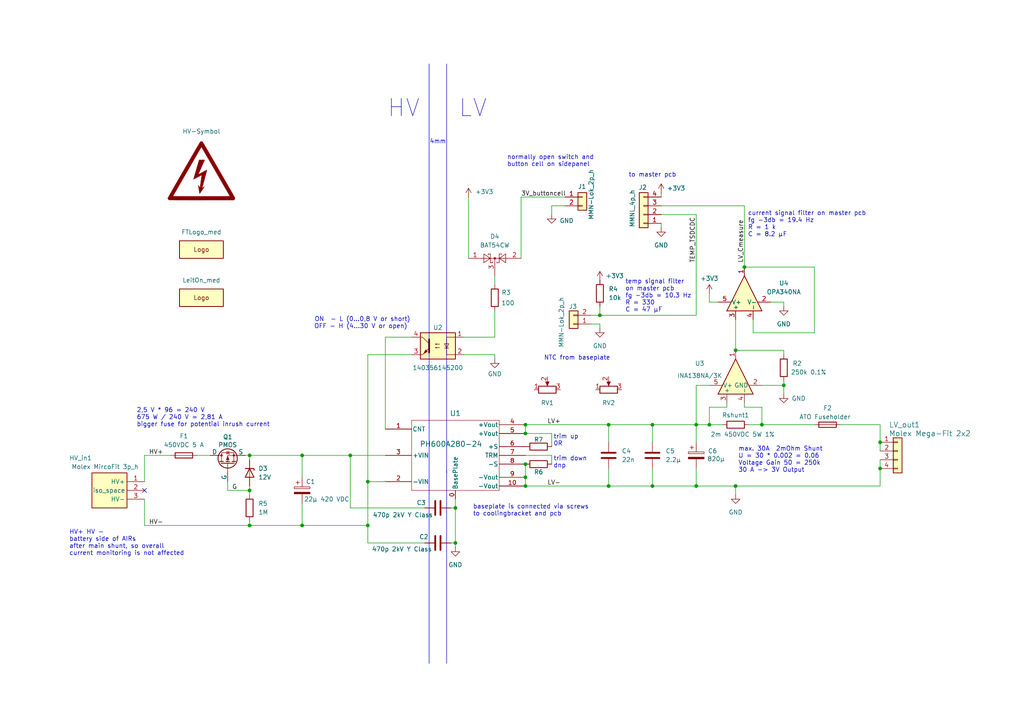
<source format=kicad_sch>
(kicad_sch (version 20231120) (generator "eeschema") (generator_version "8.0")
  (paper "A4")
  (title_block (title "TS-DCDC") (date "2024-12-12") (rev "0.5"))
  (lib_symbols
    (symbol "2024-11-18_21-41-11:PH600A280-24" (pin_names (offset 0.254))
      (property "Reference" "U1" (at 20.32 7.112 0))
      (property "Value" "PH600A280-24" (at 19.05 -1.778 0))
      (symbol "PH600A280-24_0_1"
        (polyline (pts (xy 7.62 -15.24) (xy 33.02 -15.24)) (stroke (width 0.127)))
        (polyline (pts (xy 7.62 5.08) (xy 7.62 -15.24)) (stroke (width 0.127)))
        (polyline (pts (xy 33.02 -15.24) (xy 33.02 5.08)) (stroke (width 0.127)))
        (polyline (pts (xy 33.02 5.08) (xy 7.62 5.08)) (stroke (width 0.127)))
      )
      (symbol "PH600A280-24_1_1"
        (pin passive line (at 20.32 -17.78 90) (length 2.54) (name "BasePlate") (number "0"))
        (pin input line (at 0 2.54 0) (length 7.62) (name "CNT") (number "1"))
        (pin power_out line (at 40.64 -13.97 180) (length 7.62) (name "-Vout") (number "10"))
        (pin power_in line (at 0 -12.7 0) (length 7.62) (name "-VIN") (number "2"))
        (pin power_in line (at 0 -5.08 0) (length 7.62) (name "+VIN") (number "3"))
        (pin power_out line (at 40.64 3.81 180) (length 7.62) (name "+Vout") (number "4"))
        (pin power_out line (at 40.64 1.27 180) (length 7.62) (name "+Vout") (number "5"))
        (pin input line (at 40.64 -2.54 180) (length 7.62) (name "+S") (number "6"))
        (pin input line (at 40.64 -5.08 180) (length 7.62) (name "TRM") (number "7"))
        (pin input line (at 40.64 -7.62 180) (length 7.62) (name "-S") (number "8"))
        (pin power_out line (at 40.64 -11.43 180) (length 7.62) (name "-Vout") (number "9"))
      )
    )
    (symbol "43650-0317:43650-0317"
      (property "Reference" "HV_in1" (at 10.16 -12.7 0))
      (property "Value" "43650-0317" (at 10.16 -10.16 0))
      (symbol "43650-0317_1_1"
        (rectangle (start 5.08 2.54) (end 15.24 -7.62) (stroke (width 0.254)) (fill (type background)))
        (pin power_out line (at 0 -5.08 0) (length 5.08) (name "HV+") (number "1"))
        (pin passive line (at 0 -2.54 0) (length 5.08) (name "iso_space") (number "2"))
        (pin power_out line (at 0 0 0) (length 5.08) (name "HV-") (number "3"))
      )
    )
    (symbol "Amplifier_Current:INA138" (pin_names (offset 0.127))
      (property "Reference" "U" (at 3.81 5.08 0))
      (property "Value" "INA138" (at 3.81 2.54 0))
      (symbol "INA138_0_1"
        (polyline (pts (xy -5.08 5.08) (xy 5.08 0) (xy -5.08 -5.08) (xy -5.08 5.08)) (stroke (width 0.254)) (fill (type background)))
      )
      (symbol "INA138_1_1"
        (pin output line (at 7.62 0 180) (length 2.54) (name "~") (number "1"))
        (pin power_in line (at -2.54 -7.62 90) (length 3.81) (name "GND") (number "2"))
        (pin input line (at -7.62 2.54 0) (length 2.54) (name "+") (number "3"))
        (pin input line (at -7.62 -2.54 0) (length 2.54) (name "-") (number "4"))
        (pin power_in line (at -2.54 7.62 270) (length 3.81) (name "V+") (number "5"))
      )
    )
    (symbol "Amplifier_Operational:OPA340NA" (pin_names (offset 0.127))
      (property "Reference" "U" (at -1.27 6.35 0))
      (property "Value" "OPA340NA" (at -1.27 3.81 0))
      (symbol "OPA340NA_0_1"
        (polyline (pts (xy -5.08 5.08) (xy 5.08 0) (xy -5.08 -5.08) (xy -5.08 5.08)) (stroke (width 0.254)) (fill (type background)))
        (pin power_in line (at -2.54 -7.62 90) (length 3.81) (name "V-") (number "2"))
        (pin power_in line (at -2.54 7.62 270) (length 3.81) (name "V+") (number "5"))
      )
      (symbol "OPA340NA_1_1"
        (pin output line (at 7.62 0 180) (length 2.54) (name "~") (number "1"))
        (pin input line (at -7.62 2.54 0) (length 2.54) (name "+") (number "3"))
        (pin input line (at -7.62 -2.54 0) (length 2.54) (name "-") (number "4"))
      )
    )
    (symbol "Connector_Generic:Conn_01x02" (pin_names (offset 1.016) hide)
      (property "Reference" "J" (at 0 2.54 0))
      (property "Value" "Conn_01x02" (at 0 -5.08 0))
      (symbol "Conn_01x02_1_1"
        (rectangle (start -1.27 -2.413) (end 0 -2.667) (stroke (width 0.1524)))
        (rectangle (start -1.27 0.127) (end 0 -0.127) (stroke (width 0.1524)))
        (rectangle (start -1.27 1.27) (end 1.27 -3.81) (stroke (width 0.254)) (fill (type background)))
        (pin passive line (at -5.08 0 0) (length 3.81) (name "Pin_1") (number "1"))
        (pin passive line (at -5.08 -2.54 0) (length 3.81) (name "Pin_2") (number "2"))
      )
    )
    (symbol "Connector_Generic:Conn_01x04" (pin_names (offset 1.016) hide)
      (property "Reference" "J" (at 0 5.08 0))
      (property "Value" "Conn_01x04" (at 0 -7.62 0))
      (symbol "Conn_01x04_1_1"
        (rectangle (start -1.27 -4.953) (end 0 -5.207) (stroke (width 0.1524)))
        (rectangle (start -1.27 -2.413) (end 0 -2.667) (stroke (width 0.1524)))
        (rectangle (start -1.27 0.127) (end 0 -0.127) (stroke (width 0.1524)))
        (rectangle (start -1.27 2.667) (end 0 2.413) (stroke (width 0.1524)))
        (rectangle (start -1.27 3.81) (end 1.27 -6.35) (stroke (width 0.254)) (fill (type background)))
        (pin passive line (at -5.08 2.54 0) (length 3.81) (name "Pin_1") (number "1"))
        (pin passive line (at -5.08 0 0) (length 3.81) (name "Pin_2") (number "2"))
        (pin passive line (at -5.08 -2.54 0) (length 3.81) (name "Pin_3") (number "3"))
        (pin passive line (at -5.08 -5.08 0) (length 3.81) (name "Pin_4") (number "4"))
      )
    )
    (symbol "Device:C" (pin_numbers hide) (pin_names (offset 0.254))
      (property "Reference" "C" (at 0.635 2.54 0))
      (property "Value" "C" (at 0.635 -2.54 0))
      (symbol "C_0_1"
        (polyline (pts (xy -2.032 -0.762) (xy 2.032 -0.762)) (stroke (width 0.508)))
        (polyline (pts (xy -2.032 0.762) (xy 2.032 0.762)) (stroke (width 0.508)))
      )
      (symbol "C_1_1"
        (pin passive line (at 0 3.81 270) (length 2.794) (name "~") (number "1"))
        (pin passive line (at 0 -3.81 90) (length 2.794) (name "~") (number "2"))
      )
    )
    (symbol "Device:C_Polarized" (pin_numbers hide) (pin_names (offset 0.254))
      (property "Reference" "C" (at 0.635 2.54 0))
      (property "Value" "C_Polarized" (at 0.635 -2.54 0))
      (symbol "C_Polarized_0_1"
        (rectangle (start -2.286 0.508) (end 2.286 1.016))
        (polyline (pts (xy -1.778 2.286) (xy -0.762 2.286)))
        (polyline (pts (xy -1.27 2.794) (xy -1.27 1.778)))
        (rectangle (start 2.286 -0.508) (end -2.286 -1.016) (fill (type outline)))
      )
      (symbol "C_Polarized_1_1"
        (pin passive line (at 0 3.81 270) (length 2.794) (name "~") (number "1"))
        (pin passive line (at 0 -3.81 90) (length 2.794) (name "~") (number "2"))
      )
    )
    (symbol "Device:D_Zener" (pin_numbers hide) (pin_names (offset 1.016) hide)
      (property "Reference" "D" (at 0 2.54 0))
      (property "Value" "D_Zener" (at 0 -2.54 0))
      (symbol "D_Zener_0_1"
        (polyline (pts (xy 1.27 0) (xy -1.27 0)))
        (polyline (pts (xy -1.27 -1.27) (xy -1.27 1.27) (xy -0.762 1.27)) (stroke (width 0.254)))
        (polyline (pts (xy 1.27 -1.27) (xy 1.27 1.27) (xy -1.27 0) (xy 1.27 -1.27)) (stroke (width 0.254)))
      )
      (symbol "D_Zener_1_1"
        (pin passive line (at -3.81 0 0) (length 2.54) (name "K") (number "1"))
        (pin passive line (at 3.81 0 180) (length 2.54) (name "A") (number "2"))
      )
    )
    (symbol "Device:Fuse" (pin_numbers hide) (pin_names (offset 0))
      (property "Reference" "F" (at 2.032 0 90))
      (property "Value" "Fuse" (at -1.905 0 90))
      (symbol "Fuse_0_1"
        (rectangle (start -0.762 -2.54) (end 0.762 2.54) (stroke (width 0.254)))
        (polyline (pts (xy 0 2.54) (xy 0 -2.54)))
      )
      (symbol "Fuse_1_1"
        (pin passive line (at 0 3.81 270) (length 1.27) (name "~") (number "1"))
        (pin passive line (at 0 -3.81 90) (length 1.27) (name "~") (number "2"))
      )
    )
    (symbol "Device:R" (pin_numbers hide) (pin_names (offset 0))
      (property "Reference" "R" (at 2.032 0 90))
      (property "Value" "R" (at 0 0 90))
      (symbol "R_0_1"
        (rectangle (start -1.016 -2.54) (end 1.016 2.54) (stroke (width 0.254)))
      )
      (symbol "R_1_1"
        (pin passive line (at 0 3.81 270) (length 1.27) (name "~") (number "1"))
        (pin passive line (at 0 -3.81 90) (length 1.27) (name "~") (number "2"))
      )
    )
    (symbol "Device:R_Potentiometer" (pin_names (offset 1.016) hide)
      (property "Reference" "RV" (at -4.445 0 90))
      (property "Value" "R_Potentiometer" (at -2.54 0 90))
      (symbol "R_Potentiometer_0_1"
        (polyline (pts (xy 2.54 0) (xy 1.524 0)))
        (polyline (pts (xy 1.143 0) (xy 2.286 0.508) (xy 2.286 -0.508) (xy 1.143 0)) (fill (type outline)))
        (rectangle (start 1.016 2.54) (end -1.016 -2.54) (stroke (width 0.254)))
      )
      (symbol "R_Potentiometer_1_1"
        (pin passive line (at 0 3.81 270) (length 1.27) (name "1") (number "1"))
        (pin passive line (at 3.81 0 180) (length 1.27) (name "2") (number "2"))
        (pin passive line (at 0 -3.81 90) (length 1.27) (name "3") (number "3"))
      )
    )
    (symbol "Diode:BAT54CW" (pin_names (offset 1.016))
      (property "Reference" "D" (at 0.635 -3.81 0))
      (property "Value" "BAT54CW" (at -6.35 3.175 0))
      (symbol "BAT54CW_0_1"
        (polyline (pts (xy -1.905 0) (xy 1.905 0)))
        (polyline (pts (xy -1.905 1.27) (xy -1.905 1.016)))
        (polyline (pts (xy -1.27 -1.27) (xy -0.635 -1.27)))
        (polyline (pts (xy -1.27 0) (xy -3.81 0)))
        (polyline (pts (xy -1.27 1.27) (xy -1.905 1.27)))
        (polyline (pts (xy -1.27 1.27) (xy -1.27 -1.27)))
        (polyline (pts (xy -0.635 -1.27) (xy -0.635 -1.016)))
        (polyline (pts (xy 0.635 -1.27) (xy 0.635 -1.016)))
        (polyline (pts (xy 1.27 -1.27) (xy 0.635 -1.27)))
        (polyline (pts (xy 1.27 1.27) (xy 1.27 -1.27)))
        (polyline (pts (xy 1.27 1.27) (xy 1.905 1.27)))
        (polyline (pts (xy 1.905 1.27) (xy 1.905 1.016)))
        (polyline (pts (xy 3.81 0) (xy 1.27 0)))
        (polyline (pts (xy -3.175 -1.27) (xy -3.175 1.27) (xy -1.27 0) (xy -3.175 -1.27)))
        (polyline (pts (xy 3.175 -1.27) (xy 3.175 1.27) (xy 1.27 0) (xy 3.175 -1.27)))
        (circle (center 0 0) (radius 0.254) (fill (type outline)))
      )
      (symbol "BAT54CW_1_1"
        (pin passive line (at -7.62 0 0) (length 3.81) (name "~") (number "1"))
        (pin passive line (at 7.62 0 180) (length 3.81) (name "~") (number "2"))
        (pin passive line (at 0 -5.08 90) (length 5.08) (name "~") (number "3"))
      )
    )
    (symbol "FaSTTUBe_logos:FTLogo_med"
      (property "Value" "FTLogo_med" (at 0 -3.81 0))
      (symbol "FTLogo_med_0_0"
        (text "Logo" (at 0 0 0) (effects (font (size 1.27 1.27))))
      )
      (symbol "FTLogo_med_0_1"
        (rectangle (start -6.35 2.54) (end 6.35 -2.54) (stroke (width 0.254)) (fill (type background)))
      )
    )
    (symbol "FaSTTUBe_logos:HV-Symbol" (pin_names (offset 1.016))
      (property "Value" "HV-Symbol" (at 0 -10.16 0))
      (symbol "HV-Symbol_0_0"
        (polyline (pts (xy -0.4892 -6.6071) (xy -0.4759 -6.591) (xy -0.4273 -6.5255) (xy -0.3518 -6.4196) (xy -0.2542 -6.2805) (xy -0.1394 -6.1154) (xy -0.0124 -5.9317) (xy 0.1219 -5.7364) (xy 0.2585 -5.5367) (xy 0.3925 -5.34) (xy 0.5191 -5.1533) (xy 0.6332 -4.984) (xy 0.73 -4.8391) (xy 0.8045 -4.726) (xy 0.8518 -4.6518) (xy 0.8669 -4.6238) (xy 0.8391 -4.6326) (xy 0.7671 -4.6703) (xy 0.6626 -4.7309) (xy 0.537 -4.8081) (xy 0.4195 -4.881) (xy 0.3146 -4.9437) (xy 0.2421 -4.9843) (xy 0.2131 -4.9963) (xy 0.2151 -4.9851) (xy 0.2315 -4.9189) (xy 0.2631 -4.7973) (xy 0.3086 -4.6249) (xy 0.3669 -4.4065) (xy 0.4366 -4.1466) (xy 0.5165 -3.8499) (xy 0.6054 -3.521) (xy 0.702 -3.1645) (xy 0.8051 -2.7851) (xy 0.9135 -2.3873) (xy 0.9755 -2.1599) (xy 1.0812 -1.7709) (xy 1.1809 -1.4024) (xy 1.2735 -1.059) (xy 1.3576 -0.7454) (xy 1.432 -0.4663) (xy 1.4955 -0.2264) (xy 1.5468 -0.0304) (xy 1.5847 0.1171) (xy 1.6079 0.2112) (xy 1.6151 0.2474) (xy 1.6 0.2451) (xy 1.5342 0.2168) (xy 1.4215 0.1619) (xy 1.2678 0.0834) (xy 1.0788 -0.0157) (xy 0.8602 -0.1324) (xy 0.6178 -0.2637) (xy 0.3573 -0.4066) (xy 0.1726 -0.5084) (xy -0.0763 -0.6449) (xy -0.3032 -0.7687) (xy -0.5023 -0.8766) (xy -0.6678 -0.9654) (xy -0.7938 -1.0321) (xy -0.8747 -1.0735) (xy -0.9046 -1.0865) (xy -0.8996 -1.0709) (xy -0.8714 -1.0014) (xy -0.8205 -0.8806) (xy -0.7488 -0.7135) (xy -0.6586 -0.5046) (xy -0.5517 -0.2589) (xy -0.4304 0.0188) (xy -0.2967 0.3239) (xy -0.1526 0.6514) (xy -0.0003 0.9967) (xy 0.1049 1.235) (xy 0.253 1.5703) (xy 0.3921 1.8852) (xy 0.52 2.175) (xy 0.6346 2.4347) (xy 0.7337 2.6594) (xy 0.8152 2.8442) (xy 0.8769 2.9843) (xy 0.9167 3.0747) (xy 0.9323 3.1106) (xy 0.9309 3.1196) (xy 0.9051 3.1304) (xy 0.8453 3.1382) (xy 0.7454 3.1431) (xy 0.599 3.1453) (xy 0.4001 3.1453) (xy 0.1424 3.1431) (xy -0.6646 3.1344) (xy -1.4846 0.343) (xy -1.6044 -0.0656) (xy -1.7195 -0.4592) (xy -1.8277 -0.8304) (xy -1.9277 -1.1747) (xy -2.0183 -1.4878) (xy -2.0981 -1.7651) (xy -2.166 -2.0023) (xy -2.2206 -2.195) (xy -2.2606 -2.3386) (xy -2.2848 -2.4288) (xy -2.2919 -2.4611) (xy -2.286 -2.4597) (xy -2.2336 -2.4367) (xy -2.1322 -2.388) (xy -1.988 -2.3167) (xy -1.807 -2.2259) (xy -1.5954 -2.1186) (xy -1.3593 -1.998) (xy -1.1049 -1.867) (xy -0.9986 -1.8122) (xy -0.7512 -1.6851) (xy -0.5248 -1.5695) (xy -0.3256 -1.4685) (xy -0.1595 -1.3851) (xy -0.0328 -1.3225) (xy 0.0485 -1.2837) (xy 0.0782 -1.2717) (xy 0.0786 -1.2748) (xy 0.0749 -1.3248) (xy 0.063 -1.4299) (xy 0.0441 -1.5831) (xy 0.0189 -1.7774) (xy -0.0114 -2.0057) (xy -0.0458 -2.261) (xy -0.0835 -2.5363) (xy -0.1233 -2.8245) (xy -0.1644 -3.1186) (xy -0.2057 -3.4116) (xy -0.2463 -3.6965) (xy -0.2851 -3.9662) (xy -0.3212 -4.2137) (xy -0.3535 -4.432) (xy -0.3812 -4.614) (xy -0.4032 -4.7527) (xy -0.4186 -4.8411) (xy -0.4263 -4.8721) (xy -0.4486 -4.8511) (xy -0.4999 -4.7857) (xy -0.5714 -4.6867) (xy -0.6549 -4.5646) (xy -0.7311 -4.4535) (xy -0.805 -4.3514) (xy -0.8599 -4.282) (xy -0.8876 -4.2561) (xy -0.9014 -4.2806) (xy -0.8968 -4.3443) (xy -0.8924 -4.369) (xy -0.8778 -4.4566) (xy -0.8553 -4.5949) (xy -0.8262 -4.7758) (xy -0.792 -4.9906) (xy -0.7538 -5.2313) (xy -0.7132 -5.4892) (xy -0.6874 -5.6524) (xy -0.6486 -5.8965) (xy -0.6132 -6.1162) (xy -0.5826 -6.3034) (xy -0.558 -6.4502) (xy -0.5409 -6.5487) (xy -0.5324 -6.5909) (xy -0.521 -6.6112) (xy -0.4892 -6.6071)) (stroke (width 0.01)) (fill (type outline)))
        (polyline (pts (xy -0.7512 -8.4995) (xy 0.0488 -8.4991) (xy 9.3708 -8.4937) (xy 9.4936 -8.4173) (xy 9.5205 -8.3994) (xy 9.6443 -8.2757) (xy 9.7185 -8.1228) (xy 9.7386 -7.9548) (xy 9.6999 -7.7862) (xy 9.6933 -7.7735) (xy 9.6567 -7.7077) (xy 9.5896 -7.5892) (xy 9.4933 -7.4203) (xy 9.3691 -7.2031) (xy 9.2184 -6.9399) (xy 9.0425 -6.6332) (xy 8.8426 -6.285) (xy 8.6201 -5.8977) (xy 8.3763 -5.4736) (xy 8.1124 -5.015) (xy 7.8299 -4.524) (xy 7.53 -4.0031) (xy 7.2139 -3.4544) (xy 6.8831 -2.8803) (xy 6.5389 -2.283) (xy 6.1825 -1.6649) (xy 5.8152 -1.028) (xy 5.4384 -0.3749) (xy 5.0534 0.2924) (xy 4.7596 0.8012) (xy 4.2896 1.615) (xy 3.843 2.3874) (xy 3.4206 3.1175) (xy 3.0228 3.8044) (xy 2.6502 4.447) (xy 2.3033 5.0445) (xy 1.9827 5.5959) (xy 1.6889 6.1003) (xy 1.4225 6.5568) (xy 1.184 6.9643) (xy 0.9739 7.3221) (xy 0.7929 7.6291) (xy 0.6414 7.8844) (xy 0.52 8.0871) (xy 0.4293 8.2362) (xy 0.3697 8.3308) (xy 0.3419 8.37) (xy 0.2962 8.4088) (xy 0.1437 8.4869) (xy -0.0205 8.5068) (xy -0.1836 8.4683) (xy -0.3328 8.3714) (xy -0.3337 8.3705) (xy -0.3625 8.329) (xy -0.4218 8.2342) (xy -0.5102 8.0888) (xy -0.626 7.8955) (xy -0.7675 7.657) (xy -0.9334 7.3761) (xy -1.1219 7.0555) (xy -1.3314 6.698) (xy -1.5605 6.3063) (xy -1.8075 5.8832) (xy -2.0709 5.4313) (xy -2.349 4.9534) (xy -2.6402 4.4523) (xy -2.9431 3.9307) (xy -3.256 3.3913) (xy -3.5774 2.8369) (xy -3.9055 2.2702) (xy -4.239 1.6939) (xy -4.5762 1.1108) (xy -4.9154 0.5236) (xy -5.2553 -0.0649) (xy -5.594 -0.6521) (xy -5.9301 -1.2351) (xy -6.2621 -1.8112) (xy -6.5882 -2.3777) (xy -6.9069 -2.9319) (xy -7.2167 -3.471) (xy -7.516 -3.9923) (xy -7.8032 -4.493) (xy -8.0766 -4.9704) (xy -8.3348 -5.4218) (xy -8.5761 -5.8444) (xy -8.799 -6.2355) (xy -9.0019 -6.5924) (xy -9.1832 -6.9122) (xy -9.3412 -7.1924) (xy -9.4624 -7.4082) (xy -8.2772 -7.4082) (xy -8.2597 -7.3762) (xy -8.2115 -7.291) (xy -8.1342 -7.1555) (xy -8.0294 -6.9726) (xy -7.8989 -6.7452) (xy -7.7442 -6.4761) (xy -7.5671 -6.1683) (xy -7.3692 -5.8245) (xy -7.1521 -5.4478) (xy -6.9176 -5.041) (xy -6.6673 -4.6069) (xy -6.4029 -4.1484) (xy -6.1259 -3.6685) (xy -5.8382 -3.1699) (xy -5.5414 -2.6556) (xy -5.237 -2.1285) (xy -4.9268 -1.5914) (xy -4.6125 -1.0472) (xy -4.2957 -0.4988) (xy -3.9781 0.0509) (xy -3.6613 0.599) (xy -3.347 1.1428) (xy -3.0369 1.6792) (xy -2.7327 2.2054) (xy -2.4359 2.7185) (xy -2.1483 3.2157) (xy -1.8715 3.6941) (xy -1.6072 4.1507) (xy -1.357 4.5828) (xy -1.1227 4.9874) (xy -0.9058 5.3616) (xy -0.7081 5.7026) (xy -0.5312 6.0075) (xy -0.3768 6.2734) (xy -0.2465 6.4974) (xy -0.142 6.6766) (xy -0.065 6.8083) (xy -0.0171 6.8894) (xy 0 6.9171) (xy 0.0002 6.917) (xy 0.0191 6.8867) (xy 0.0688 6.803) (xy 0.1474 6.669) (xy 0.2535 6.4875) (xy 0.3853 6.2614) (xy 0.5411 5.9935) (xy 0.7192 5.6868) (xy 0.9181 5.3441) (xy 1.1361 4.9683) (xy 1.3714 4.5623) (xy 1.6225 4.129) (xy 1.8876 3.6712) (xy 2.1651 3.1917) (xy 2.4534 2.6936) (xy 2.7507 2.1797) (xy 3.0554 1.6528) (xy 3.3659 1.1159) (xy 3.6804 0.5717) (xy 3.9974 0.0233) (xy 4.3151 -0.5266) (xy 4.632 -1.0751) (xy 4.9462 -1.6192) (xy 5.2562 -2.1561) (xy 5.5603 -2.6829) (xy 5.8568 -3.1968) (xy 6.1442 -3.6948) (xy 6.4206 -4.1741) (xy 6.6844 -4.6318) (xy 6.9341 -5.065) (xy 7.1679 -5.4708) (xy 7.3841 -5.8465) (xy 7.5811 -6.189) (xy 7.7572 -6.4955) (xy 7.9109 -6.7631) (xy 8.0403 -6.989) (xy 8.1438 -7.1703) (xy 8.2198 -7.304) (xy 8.2667 -7.3874) (xy 8.2827 -7.4175) (xy 8.2727 -7.4185) (xy 8.2056 -7.4203) (xy 8.0779 -7.422) (xy 7.8921 -7.4237) (xy 7.6511 -7.4253) (xy 7.3575 -7.4269) (xy 7.0141 -7.4284) (xy 6.6236 -7.4298) (xy 6.1887 -7.4311) (xy 5.7121 -7.4324) (xy 5.1966 -7.4335) (xy 4.6448 -7.4345) (xy 4.0596 -7.4354) (xy 3.4436 -7.4362) (xy 2.7996 -7.4369) (xy 2.1302 -7.4374) (xy 1.4382 -7.4378) (xy 0.7264 -7.438) (xy -0.0027 -7.4381) (xy -0.309 -7.4381) (xy -1.147 -7.4379) (xy -1.9474 -7.4374) (xy -2.7085 -7.4368) (xy -3.4285 -7.4359) (xy -4.1058 -7.4349) (xy -4.7386 -7.4336) (xy -5.3253 -7.4322) (xy -5.8641 -7.4305) (xy -6.3533 -7.4287) (xy -6.7913 -7.4267) (xy -7.1762 -7.4245) (xy -7.5064 -7.4222) (xy -7.7802 -7.4197) (xy -7.9959 -7.417) (xy -8.1518 -7.4142) (xy -8.2461 -7.4113) (xy -8.2772 -7.4082) (xy -9.4624 -7.4082) (xy -9.4746 -7.43) (xy -9.5816 -7.6225) (xy -9.6606 -7.7671) (xy -9.7102 -7.8609) (xy -9.7287 -7.9014) (xy -9.7289 -7.9026) (xy -9.7335 -8.0172) (xy -9.7143 -8.1285) (xy -9.6792 -8.2033) (xy -9.5907 -8.3193) (xy -9.4796 -8.4176) (xy -9.3676 -8.4762) (xy -9.3591 -8.4772) (xy -9.2932 -8.4796) (xy -9.1659 -8.4819) (xy -8.9795 -8.484) (xy -8.7364 -8.4861) (xy -8.4391 -8.488) (xy -8.09 -8.4898) (xy -7.6916 -8.4915) (xy -7.2463 -8.493) (xy -6.7565 -8.4944) (xy -6.2247 -8.4957) (xy -5.6534 -8.4968) (xy -5.045 -8.4977) (xy -4.4018 -8.4984) (xy -3.7264 -8.499) (xy -3.0212 -8.4994) (xy -2.2887 -8.4997) (xy -1.5312 -8.4997) (xy -0.7512 -8.4995)) (stroke (width 0.01)) (fill (type outline)))
      )
    )
    (symbol "FaSTTUBe_logos:LeitOn_med"
      (property "Value" "LeitOn_med" (at 0 -3.81 0))
      (symbol "LeitOn_med_0_0"
        (text "Logo" (at 0 0 0) (effects (font (size 1.27 1.27))))
      )
      (symbol "LeitOn_med_0_1"
        (rectangle (start -6.35 2.54) (end 6.35 -2.54) (stroke (width 0.254)) (fill (type background)))
      )
    )
    (symbol "Relay_SolidState:34.81-7048"
      (property "Reference" "U2" (at 0 5.334 0))
      (property "Value" "140356145200" (at 0 -6.35 0))
      (symbol "34.81-7048_0_1"
        (rectangle (start -5.08 3.81) (end 5.08 -3.81) (stroke (width 0.254)) (fill (type background)))
        (polyline (pts (xy -3.175 -0.635) (xy -1.905 -0.635)))
        (polyline (pts (xy 2.54 1.905) (xy 2.54 -1.905) (xy 2.54 -1.905)) (stroke (width 0.508)))
        (polyline (pts (xy -5.08 2.54) (xy -2.54 2.54) (xy -2.54 -2.54) (xy -5.08 -2.54)))
        (polyline (pts (xy -2.54 -0.635) (xy -3.175 0.635) (xy -1.905 0.635) (xy -2.54 -0.635)))
        (polyline (pts (xy -0.508 -0.508) (xy 0.762 -0.508) (xy 0.381 -0.635) (xy 0.381 -0.381) (xy 0.762 -0.508)))
        (polyline (pts (xy -0.508 0.508) (xy 0.762 0.508) (xy 0.381 0.381) (xy 0.381 0.635) (xy 0.762 0.508)))
        (polyline (pts (xy 3.048 -1.651) (xy 3.556 -1.143) (xy 4.064 -2.159) (xy 3.048 -1.651) (xy 3.048 -1.651)) (fill (type outline)))
        (polyline (pts (xy 5.08 2.54) (xy 4.445 2.54) (xy 2.54 0.635) (xy 2.54 -0.635) (xy 4.445 -2.54) (xy 5.08 -2.54)))
      )
      (symbol "34.81-7048_1_1"
        (pin passive line (at -7.62 2.54 0) (length 2.54) (name "") (number "1"))
        (pin passive line (at -7.62 -2.54 0) (length 2.54) (name "~") (number "2"))
        (pin passive line (at 7.62 -2.54 180) (length 2.54) (name "~") (number "3"))
        (pin passive line (at 7.62 2.54 180) (length 2.54) (name "~") (number "4"))
      )
    )
    (symbol "Simulation_SPICE:PMOS" (pin_numbers hide) (pin_names (offset 0))
      (property "Reference" "Q" (at 5.08 1.27 0))
      (property "Value" "PMOS" (at 5.08 -1.27 0))
      (symbol "PMOS_0_1"
        (polyline (pts (xy 0.254 0) (xy -2.54 0)))
        (polyline (pts (xy 0.254 1.905) (xy 0.254 -1.905)) (stroke (width 0.254)))
        (polyline (pts (xy 0.762 -1.27) (xy 0.762 -2.286)) (stroke (width 0.254)))
        (polyline (pts (xy 0.762 0.508) (xy 0.762 -0.508)) (stroke (width 0.254)))
        (polyline (pts (xy 0.762 2.286) (xy 0.762 1.27)) (stroke (width 0.254)))
        (polyline (pts (xy 2.54 2.54) (xy 2.54 1.778)))
        (polyline (pts (xy 2.54 -2.54) (xy 2.54 0) (xy 0.762 0)))
        (polyline (pts (xy 0.762 1.778) (xy 3.302 1.778) (xy 3.302 -1.778) (xy 0.762 -1.778)))
        (polyline (pts (xy 2.286 0) (xy 1.27 0.381) (xy 1.27 -0.381) (xy 2.286 0)) (fill (type outline)))
        (polyline (pts (xy 2.794 -0.508) (xy 2.921 -0.381) (xy 3.683 -0.381) (xy 3.81 -0.254)))
        (polyline (pts (xy 3.302 -0.381) (xy 2.921 0.254) (xy 3.683 0.254) (xy 3.302 -0.381)))
        (circle (center 1.651 0) (radius 2.794) (stroke (width 0.254)))
        (circle (center 2.54 -1.778) (radius 0.254) (fill (type outline)))
        (circle (center 2.54 1.778) (radius 0.254) (fill (type outline)))
      )
      (symbol "PMOS_1_1"
        (pin passive line (at 2.54 5.08 270) (length 2.54) (name "D") (number "1"))
        (pin input line (at -5.08 0 0) (length 2.54) (name "G") (number "2"))
        (pin passive line (at 2.54 -5.08 90) (length 2.54) (name "S") (number "3"))
      )
    )
    (symbol "power:+3V3" (power) (pin_numbers hide) (pin_names (offset 0) hide)
      (property "Value" "+3V3" (at 0 3.556 0))
      (symbol "+3V3_0_1"
        (polyline (pts (xy -0.762 1.27) (xy 0 2.54)))
        (polyline (pts (xy 0 0) (xy 0 2.54)))
        (polyline (pts (xy 0 2.54) (xy 0.762 1.27)))
      )
      (symbol "+3V3_1_1"
        (pin power_in line (at 0 0 90) (length 0) (name "~") (number "1"))
      )
    )
    (symbol "power:GND" (power) (pin_numbers hide) (pin_names (offset 0) hide)
      (property "Value" "GND" (at 0 -3.81 0))
      (symbol "GND_0_1"
        (polyline (pts (xy 0 0) (xy 0 -1.27) (xy 1.27 -1.27) (xy 0 -2.54) (xy -1.27 -1.27) (xy 0 -1.27)))
      )
      (symbol "GND_1_1"
        (pin power_in line (at 0 0 270) (length 0) (name "~") (number "1"))
      )
    )
  )
  (junction (at 213.36 140.97))
  (junction (at 189.23 140.97))
  (junction (at 201.93 140.97))
  (junction (at 106.68 139.7))
  (junction (at 87.63 152.4))
  (junction (at 152.4 134.62))
  (junction (at 189.23 123.19))
  (junction (at 152.4 125.73))
  (junction (at 176.53 123.19))
  (junction (at 152.4 138.43))
  (junction (at 213.36 101.6))
  (junction (at 152.4 123.19))
  (junction (at 132.08 157.48))
  (junction (at 106.68 152.4))
  (junction (at 152.4 140.97))
  (junction (at 72.39 132.08))
  (junction (at 72.39 142.24))
  (junction (at 205.74 123.19))
  (junction (at 201.93 123.19))
  (junction (at 176.53 140.97))
  (junction (at 255.27 135.89))
  (junction (at 72.39 152.4))
  (junction (at 173.99 91.44))
  (junction (at 220.98 123.19))
  (junction (at 255.27 128.27))
  (junction (at 132.08 147.32))
  (junction (at 215.9 77.47))
  (junction (at 101.6 132.08))
  (junction (at 227.33 111.76))
  (junction (at 87.63 132.08))
  (no_connect (at 41.91 142.24))
  (wire (pts (xy 213.36 140.97) (xy 213.36 143.51)))
  (wire (pts (xy 160.02 125.73) (xy 152.4 125.73)))
  (wire (pts (xy 151.13 57.15) (xy 151.13 74.93)))
  (wire (pts (xy 191.77 59.69) (xy 215.9 59.69)))
  (wire (pts (xy 41.91 152.4) (xy 41.91 144.78)))
  (wire (pts (xy 176.53 123.19) (xy 176.53 128.27)))
  (wire (pts (xy 176.53 135.89) (xy 176.53 140.97)))
  (wire (pts (xy 111.76 97.79) (xy 111.76 124.46)))
  (wire (pts (xy 160.02 59.69) (xy 160.02 62.23)))
  (wire (pts (xy 201.93 123.19) (xy 205.74 123.19)))
  (wire (pts (xy 201.93 111.76) (xy 205.74 111.76)))
  (wire (pts (xy 106.68 139.7) (xy 111.76 139.7)))
  (wire (pts (xy 151.13 57.15) (xy 163.83 57.15)))
  (wire (pts (xy 132.08 157.48) (xy 130.81 157.48)))
  (wire (pts (xy 106.68 139.7) (xy 106.68 152.4)))
  (wire (pts (xy 201.93 62.23) (xy 201.93 91.44)))
  (wire (pts (xy 173.99 93.98) (xy 171.45 93.98)))
  (wire (pts (xy 143.51 80.01) (xy 143.51 82.55)))
  (wire (pts (xy 205.74 123.19) (xy 209.55 123.19)))
  (wire (pts (xy 134.62 102.87) (xy 143.51 102.87)))
  (wire (pts (xy 134.62 97.79) (xy 143.51 97.79)))
  (wire (pts (xy 201.93 111.76) (xy 201.93 123.19)))
  (wire (pts (xy 210.82 116.84) (xy 210.82 118.11)))
  (wire (pts (xy 210.82 118.11) (xy 205.74 118.11)))
  (wire (pts (xy 135.89 57.15) (xy 135.89 74.93)))
  (wire (pts (xy 218.44 96.52) (xy 236.22 96.52)))
  (wire (pts (xy 243.84 123.19) (xy 255.27 123.19)))
  (wire (pts (xy 227.33 111.76) (xy 227.33 114.3)))
  (wire (pts (xy 152.4 123.19) (xy 176.53 123.19)))
  (polyline (pts (xy 124.46 18.542) (xy 124.46 192.405)))
  (wire (pts (xy 160.02 132.08) (xy 160.02 134.62)))
  (wire (pts (xy 208.28 87.63) (xy 205.74 87.63)))
  (wire (pts (xy 191.77 66.04) (xy 191.77 64.77)))
  (wire (pts (xy 152.4 138.43) (xy 152.4 134.62)))
  (wire (pts (xy 41.91 152.4) (xy 72.39 152.4)))
  (wire (pts (xy 132.08 147.32) (xy 132.08 157.48)))
  (wire (pts (xy 220.98 118.11) (xy 220.98 123.19)))
  (wire (pts (xy 255.27 128.27) (xy 255.27 130.81)))
  (wire (pts (xy 227.33 88.9) (xy 227.33 87.63)))
  (wire (pts (xy 71.12 132.08) (xy 72.39 132.08)))
  (wire (pts (xy 72.39 133.35) (xy 72.39 132.08)))
  (wire (pts (xy 72.39 143.51) (xy 72.39 142.24)))
  (wire (pts (xy 66.04 139.7) (xy 66.04 142.24)))
  (wire (pts (xy 106.68 152.4) (xy 106.68 157.48)))
  (wire (pts (xy 189.23 140.97) (xy 201.93 140.97)))
  (wire (pts (xy 213.36 92.71) (xy 213.36 101.6)))
  (wire (pts (xy 213.36 140.97) (xy 255.27 140.97)))
  (wire (pts (xy 173.99 88.9) (xy 173.99 91.44)))
  (wire (pts (xy 72.39 152.4) (xy 87.63 152.4)))
  (wire (pts (xy 173.99 91.44) (xy 201.93 91.44)))
  (wire (pts (xy 189.23 123.19) (xy 189.23 128.27)))
  (wire (pts (xy 220.98 111.76) (xy 227.33 111.76)))
  (wire (pts (xy 189.23 135.89) (xy 189.23 140.97)))
  (wire (pts (xy 201.93 135.89) (xy 201.93 140.97)))
  (wire (pts (xy 220.98 118.11) (xy 215.9 118.11)))
  (wire (pts (xy 87.63 152.4) (xy 106.68 152.4)))
  (wire (pts (xy 106.68 102.87) (xy 119.38 102.87)))
  (wire (pts (xy 87.63 132.08) (xy 101.6 132.08)))
  (wire (pts (xy 132.08 144.78) (xy 132.08 147.32)))
  (polyline (pts (xy 129.54 136.525) (xy 129.54 192.405)))
  (wire (pts (xy 152.4 123.19) (xy 152.4 125.73)))
  (wire (pts (xy 87.63 132.08) (xy 87.63 138.43)))
  (wire (pts (xy 191.77 57.15) (xy 191.77 55.88)))
  (wire (pts (xy 236.22 77.47) (xy 215.9 77.47)))
  (wire (pts (xy 72.39 142.24) (xy 72.39 140.97)))
  (wire (pts (xy 205.74 118.11) (xy 205.74 123.19)))
  (wire (pts (xy 101.6 132.08) (xy 111.76 132.08)))
  (wire (pts (xy 106.68 102.87) (xy 106.68 139.7)))
  (wire (pts (xy 236.22 96.52) (xy 236.22 77.47)))
  (wire (pts (xy 60.96 132.08) (xy 57.15 132.08)))
  (wire (pts (xy 72.39 132.08) (xy 87.63 132.08)))
  (wire (pts (xy 163.83 59.69) (xy 160.02 59.69)))
  (wire (pts (xy 152.4 132.08) (xy 160.02 132.08)))
  (wire (pts (xy 176.53 123.19) (xy 189.23 123.19)))
  (wire (pts (xy 227.33 87.63) (xy 223.52 87.63)))
  (wire (pts (xy 173.99 91.44) (xy 171.45 91.44)))
  (wire (pts (xy 72.39 151.13) (xy 72.39 152.4)))
  (wire (pts (xy 201.93 140.97) (xy 213.36 140.97)))
  (wire (pts (xy 217.17 123.19) (xy 220.98 123.19)))
  (wire (pts (xy 215.9 59.69) (xy 215.9 77.47)))
  (wire (pts (xy 152.4 140.97) (xy 176.53 140.97)))
  (polyline (pts (xy 129.54 18.542) (xy 129.54 137.16)))
  (wire (pts (xy 123.19 147.32) (xy 101.6 147.32)))
  (wire (pts (xy 152.4 140.97) (xy 152.4 138.43)))
  (wire (pts (xy 255.27 133.35) (xy 255.27 135.89)))
  (wire (pts (xy 66.04 142.24) (xy 72.39 142.24)))
  (wire (pts (xy 176.53 140.97) (xy 189.23 140.97)))
  (wire (pts (xy 173.99 93.98) (xy 173.99 95.25)))
  (wire (pts (xy 215.9 118.11) (xy 215.9 116.84)))
  (wire (pts (xy 255.27 135.89) (xy 255.27 140.97)))
  (wire (pts (xy 189.23 123.19) (xy 201.93 123.19)))
  (wire (pts (xy 143.51 97.79) (xy 143.51 90.17)))
  (wire (pts (xy 132.08 147.32) (xy 130.81 147.32)))
  (wire (pts (xy 132.08 158.75) (xy 132.08 157.48)))
  (wire (pts (xy 101.6 147.32) (xy 101.6 132.08)))
  (wire (pts (xy 106.68 157.48) (xy 123.19 157.48)))
  (wire (pts (xy 111.76 97.79) (xy 119.38 97.79)))
  (wire (pts (xy 227.33 101.6) (xy 227.33 102.87)))
  (wire (pts (xy 220.98 123.19) (xy 236.22 123.19)))
  (wire (pts (xy 41.91 132.08) (xy 49.53 132.08)))
  (wire (pts (xy 213.36 101.6) (xy 227.33 101.6)))
  (wire (pts (xy 205.74 87.63) (xy 205.74 85.09)))
  (wire (pts (xy 41.91 132.08) (xy 41.91 139.7)))
  (wire (pts (xy 255.27 123.19) (xy 255.27 128.27)))
  (wire (pts (xy 227.33 110.49) (xy 227.33 111.76)))
  (wire (pts (xy 201.93 62.23) (xy 191.77 62.23)))
  (wire (pts (xy 218.44 96.52) (xy 218.44 92.71)))
  (wire (pts (xy 87.63 152.4) (xy 87.63 146.05)))
  (wire (pts (xy 143.51 102.87) (xy 143.51 104.14)))
  (wire (pts (xy 160.02 129.54) (xy 160.02 125.73)))
  (wire (pts (xy 201.93 123.19) (xy 201.93 128.27)))
  (text "trim down\ndnp" (at 160.528 134.112 0) (effects (font (size 1.27 1.27)) (justify left)))
  (text " ON  - L (0...0,8 V or short)\nOFF - H (4...30 V or open)" (at 104.648 93.726 0) (effects (font (size 1.27 1.27))))
  (text "max. 30A  2mOhm Shunt \nU = 30 * 0.002 = 0.06\nVoltage Gain 50 = 250k\n30 A -> 3V Output\n" (at 214.122 133.35 0) (effects (font (size 1.27 1.27)) (justify left)))
  (text "trim up\n0R" (at 160.528 127.762 0) (effects (font (size 1.27 1.27)) (justify left)))
  (text "2,5 V * 96 = 240 V\n675 W / 240 V = 2,81 A\nbigger fuse for potential inrush current\n\n" (at 39.624 122.174 0) (effects (font (size 1.27 1.27)) (justify left)))
  (text "current signal filter on master pcb\nfg -3db = 19.4 Hz\nR = 1 k\nC = 8.2 µF\n" (at 216.916 65.024 0) (effects (font (size 1.27 1.27)) (justify left)))
  (text "LV" (at 137.16 31.496 0) (effects (font (size 5 5))))
  (text "4mm" (at 127 41.148 0) (effects (font (size 1.27 1.27))))
  (text "normally open switch and\nbutton cell on sidepanel\n " (at 147.066 44.958 0) (effects (font (size 1.27 1.27)) (justify left top)))
  (text "NTC from baseplate" (at 167.386 103.886 0) (effects (font (size 1.27 1.27))))
  (text "HV" (at 117.094 31.496 0) (effects (font (size 5 5))))
  (text "HV+ HV -\nbattery side of AIRs\nafter main shunt, so overall \ncurrent monitoring is not affected" (at 20.066 157.48 0) (effects (font (size 1.27 1.27)) (justify left)))
  (text "to master pcb" (at 189.23 50.8 0) (effects (font (size 1.27 1.27))))
  (text "baseplate is connected via screws\nto coolingbracket and pcb\n" (at 137.16 148.082 0) (effects (font (size 1.27 1.27)) (justify left)))
  (text "temp signal filter \non master pcb\nfg -3db = 10.3 Hz\nR = 330\nC = 47 µF" (at 181.356 85.852 0) (effects (font (size 1.27 1.27)) (justify left)))
  (label "LV+" (at 158.75 123.19 0))
  (label "LV-" (at 158.75 140.97 0))
  (label "TEMP_TSDCDC" (at 201.93 76.2 90))
  (label "G" (at 67.31 142.24 0))
  (label "LV_Cmeasure" (at 215.9 76.2 90))
  (label "3V_buttoncell" (at 151.13 57.15 0))
  (label "HV+" (at 43.18 132.08 0))
  (label "HV-" (at 43.18 152.4 0))
  (symbol (lib_id "Device:C") (at 176.53 132.08 0) (unit 1)
    (property "Reference" "C4" (at 180.34 130.8099 0) (effects (justify left)))
    (property "Value" "22n" (at 180.34 133.3499 0) (effects (justify left)))
    (property "Footprint" "Capacitor_SMD:C_1206_3216Metric" (effects (hide yes)))
    (property "Description" "Unpolarized capacitor" (effects (hide yes)))
  )
  (symbol (lib_id "Device:R") (at 72.39 147.32 0) (unit 1)
    (property "Reference" "R5" (at 74.93 146.0499 0) (effects (justify left)))
    (property "Value" "1M" (at 74.93 148.5899 0) (effects (justify left)))
    (property "Footprint" "Resistor_SMD:R_0603_1608Metric" (effects (hide yes)))
    (property "Description" "Resistor" (effects (hide yes)))
  )
  (symbol (lib_id "Connector_Generic:Conn_01x04") (at 186.69 62.23 180) (unit 1)
    (property "Reference" "J2" (at 186.436 54.356 0))
    (property "Value" "MMNL_4p_h" (at 183.388 60.452 90))
    (property "Footprint" "FaSTTUBe_connectors:Micro_Mate-N-Lok_4p_horizontal" (effects (hide yes)))
    (property "Description" "Generic connector, single row, 01x04, script generated (kicad-library-utils/schlib/autogen/connector/)" (effects (hide yes)))
  )
  (symbol (lib_id "power:GND") (at 213.36 143.51 0) (unit 1)
    (property "Reference" "#PWR01" (effects (hide yes)))
    (property "Value" "GND" (at 213.36 148.59 0))
    (property "Description" "Power symbol creates a global label with name \"GND\" , ground" (effects (hide yes)))
  )
  (symbol (lib_id "Device:D_Zener") (at 72.39 137.16 270) (unit 1)
    (property "Reference" "D3" (at 74.93 135.8899 90) (effects (justify left)))
    (property "Value" "12V" (at 74.93 138.4299 90) (effects (justify left)))
    (property "Footprint" "Diode_SMD:D_SOD-323" (effects (hide yes)))
    (property "Datasheet" "https://assets.nexperia.com/documents/data-sheet/PDZ-B_SER.pdf" (effects (hide yes)))
    (property "Description" "Zener diode" (effects (hide yes)))
  )
  (symbol (lib_id "power:+3V3") (at 191.77 55.88 0) (mirror y) (unit 1)
    (property "Reference" "#PWR05" (effects (hide yes)))
    (property "Value" "+3V3" (at 196.088 54.61 0))
    (property "Description" "Power symbol creates a global label with name \"+3V3\"" (effects (hide yes)))
  )
  (symbol (lib_id "Amplifier_Operational:OPA340NA") (at 215.9 85.09 90) (unit 1)
    (property "Reference" "U4" (at 227.33 82.1338 90))
    (property "Value" "OPA340NA" (at 227.33 84.6738 90))
    (property "Footprint" "Package_TO_SOT_SMD:SOT-23-5" (effects (hide yes)))
    (property "Datasheet" "http://www.ti.com/lit/ds/symlink/opa340.pdf" (effects (hide yes)))
    (property "Description" "Single Single-Supply, Rail-to-Rail Operational Amplifier, MicroAmplifier Series, SOT-23-5" (effects (hide yes)))
  )
  (symbol (lib_id "Device:C_Polarized") (at 87.63 142.24 0) (unit 1)
    (property "Reference" "C1" (at 91.44 139.7 0) (effects (justify right)))
    (property "Value" "22µ 420 VDC" (at 101.346 144.78 0) (effects (justify right)))
    (property "Footprint" "footprints:CAPPRD500W60D1275H2200" (effects (hide yes)))
    (property "Datasheet" "https://www.mouser.de/datasheet/2/293/e_ucy-3082387.pdf" (effects (hide yes)))
    (property "Description" "Polarized capacitor" (effects (hide yes)))
  )
  (symbol (lib_id "Device:C") (at 127 157.48 90) (unit 1)
    (property "Reference" "C2" (at 122.936 155.702 90))
    (property "Value" "470p 2kV Y Class" (at 116.586 159.258 90))
    (property "Footprint" "footprints:VY1471M29Y5UC63V0" (effects (hide yes)))
    (property "Datasheet" "https://www.vishay.com/docs/45255/vjsafetycertcaps.pdf" (effects (hide yes)))
    (property "Description" "Unpolarized capacitor" (effects (hide yes)))
  )
  (symbol (lib_id "2024-11-18_21-41-11:PH600A280-24") (at 111.76 127 0) (unit 1)
    (property "Reference" "U1" (at 132.08 119.888 0) (effects (font (size 1.524 1.524))))
    (property "Value" "PH600A280-24" (at 130.81 128.778 0) (effects (font (size 1.524 1.524))))
    (property "Footprint" "footprints:PH300A_thru_PH600A_TDK" (effects (hide yes)))
    (property "Datasheet" "PH600A280-24" (effects (hide yes)))
  )
  (symbol (lib_id "Device:R") (at 156.21 134.62 90) (unit 1)
    (property "Reference" "R6" (at 156.21 136.906 90))
    (property "Value" "R" (effects (hide yes)))
    (property "Footprint" "Resistor_SMD:R_0603_1608Metric" (effects (hide yes)))
    (property "Description" "Resistor" (effects (hide yes)))
  )
  (symbol (lib_id "power:+3V3") (at 173.99 81.28 0) (mirror y) (unit 1)
    (property "Reference" "#PWR08" (effects (hide yes)))
    (property "Value" "+3V3" (at 178.308 80.01 0))
    (property "Description" "Power symbol creates a global label with name \"+3V3\"" (effects (hide yes)))
  )
  (symbol (lib_id "FaSTTUBe_logos:HV-Symbol") (at 58.42 49.53 0) (unit 1)
    (property "Reference" "#Logo2" (effects (hide yes)))
    (property "Value" "HV-Symbol" (at 58.4225 38.1 0))
    (property "Footprint" "FaSTTUBe_logos:HV-Warning" (effects (hide yes)))
  )
  (symbol (lib_id "power:GND") (at 227.33 114.3 0) (unit 1)
    (property "Reference" "#PWR02" (effects (hide yes)))
    (property "Value" "GND" (at 231.648 115.57 0))
    (property "Description" "Power symbol creates a global label with name \"GND\" , ground" (effects (hide yes)))
  )
  (symbol (lib_id "FaSTTUBe_logos:LeitOn_med") (at 58.42 86.36 0) (unit 1)
    (property "Reference" "#Logo3" (effects (hide yes)))
    (property "Value" "LeitOn_med" (at 58.42 81.28 0))
    (property "Footprint" "FaSTTUBe_logos:LeitOn_medium" (effects (hide yes)))
  )
  (symbol (lib_id "Device:Fuse") (at 53.34 132.08 90) (unit 1)
    (property "Reference" "F1" (at 53.34 126.492 90))
    (property "Value" "450VDC 5 A" (at 53.34 129.032 90))
    (property "Footprint" "footprints:0ACG5000TE" (effects (hide yes)))
    (property "Datasheet" "https://www.mouser.de/datasheet/2/643/ds_CP_0ACG_series-2000946.pdf" (effects (hide yes)))
    (property "Description" "Fuse" (effects (hide yes)))
  )
  (symbol (lib_id "power:GND") (at 132.08 158.75 0) (unit 1)
    (property "Reference" "#PWR010" (effects (hide yes)))
    (property "Value" "GND" (at 132.08 163.83 0))
    (property "Description" "Power symbol creates a global label with name \"GND\" , ground" (effects (hide yes)))
  )
  (symbol (lib_id "Relay_SolidState:34.81-7048") (at 127 100.33 0) (mirror y) (unit 1)
    (property "Reference" "U2" (at 127 94.996 0))
    (property "Value" "140356145200" (at 127 106.68 0))
    (property "Footprint" "footprints:SOP254P700X210-4N" (effects (hide yes)))
    (property "Datasheet" "https://www.we-online.com/components/products/datasheet/140356145200.pdf" (effects (hide yes)))
    (property "Description" "Ultra-Slim Solid-State Relay, 0.1A, 48V DC output switching" (effects (hide yes)))
  )
  (symbol (lib_id "Device:C_Polarized") (at 201.93 132.08 0) (unit 1)
    (property "Reference" "C6" (at 208.026 130.81 0) (effects (justify right)))
    (property "Value" "820µ" (at 210.312 133.096 0) (effects (justify right)))
    (property "Footprint" "Capacitor_THT:CP_Radial_D16.0mm_P7.50mm" (effects (hide yes)))
    (property "Datasheet" "https://www.mouser.de/datasheet/2/420/7964717934d9b174c3ba48-1210810.pdf" (effects (hide yes)))
    (property "Description" "Polarized capacitor" (effects (hide yes)))
  )
  (symbol (lib_id "Connector_Generic:Conn_01x04") (at 260.35 130.81 0) (unit 1)
    (property "Reference" "LV_out1" (at 257.81 123.19 0) (effects (font (size 1.524 1.524)) (justify left)))
    (property "Value" "Molex Mega-Fit 2x2" (at 257.81 125.73 0) (effects (font (size 1.524 1.524)) (justify left)))
    (property "Footprint" "footprints:CONN_SD-76825-0100_04_MOL" (effects (hide yes)))
    (property "Description" "Generic connector, single row, 01x04, script generated (kicad-library-utils/schlib/autogen/connector/)" (effects (hide yes)))
  )
  (symbol (lib_id "power:+3V3") (at 135.89 57.15 0) (unit 1)
    (property "Reference" "#PWR09" (effects (hide yes)))
    (property "Value" "+3V3" (at 140.462 55.626 0))
    (property "Description" "Power symbol creates a global label with name \"+3V3\"" (effects (hide yes)))
  )
  (symbol (lib_id "power:GND") (at 173.99 95.25 0) (unit 1)
    (property "Reference" "#PWR06" (effects (hide yes)))
    (property "Value" "GND" (at 173.99 100.33 0))
    (property "Description" "Power symbol creates a global label with name \"GND\" , ground" (effects (hide yes)))
  )
  (symbol (lib_id "Device:R") (at 173.99 85.09 0) (unit 1)
    (property "Reference" "R4" (at 176.53 83.8199 0) (effects (justify left)))
    (property "Value" "10k" (at 176.53 86.3599 0) (effects (justify left)))
    (property "Footprint" "Resistor_SMD:R_0603_1608Metric" (effects (hide yes)))
    (property "Description" "Resistor" (effects (hide yes)))
  )
  (symbol (lib_id "Device:Fuse") (at 240.03 123.19 90) (unit 1)
    (property "Reference" "F2" (at 240.03 118.364 90))
    (property "Value" "ATO Fuseholder" (at 239.268 120.904 90))
    (property "Footprint" "footprints:01000066Z" (effects (hide yes)))
    (property "Description" "Fuse" (effects (hide yes)))
  )
  (symbol (lib_id "Device:R") (at 213.36 123.19 90) (unit 1)
    (property "Reference" "Rshunt1" (at 213.36 120.396 90))
    (property "Value" "2m 450VDC 5W 1%" (at 215.392 125.984 90))
    (property "Footprint" "Resistor_SMD:R_2512_6332Metric" (effects (hide yes)))
    (property "Datasheet" "https://www.mouser.de/datasheet/2/54/css2h_2512-1862180.pdf" (effects (hide yes)))
    (property "Description" "Resistor" (effects (hide yes)))
  )
  (symbol (lib_id "Diode:BAT54CW") (at 143.51 74.93 0) (unit 1)
    (property "Reference" "D4" (at 143.51 68.58 0))
    (property "Value" "BAT54CW" (at 143.51 71.12 0))
    (property "Footprint" "Package_TO_SOT_SMD:SOT-323_SC-70" (effects (hide yes)))
    (property "Datasheet" "https://assets.nexperia.com/documents/data-sheet/BAT54W_SER.pdf" (effects (hide yes)))
    (property "Description" "Dual schottky barrier diode, common cathode, SOT-323" (effects (hide yes)))
  )
  (symbol (lib_id "Device:C") (at 127 147.32 270) (unit 1)
    (property "Reference" "C3" (at 122.174 145.796 90))
    (property "Value" "470p 2kV Y Class" (at 116.84 149.352 90))
    (property "Footprint" "footprints:VY1471M29Y5UC63V0" (effects (hide yes)))
    (property "Datasheet" "https://www.vishay.com/docs/45255/vjsafetycertcaps.pdf" (effects (hide yes)))
    (property "Description" "Unpolarized capacitor" (effects (hide yes)))
  )
  (symbol (lib_id "Device:R") (at 227.33 106.68 0) (unit 1)
    (property "Reference" "R2" (at 229.87 105.4099 0) (effects (justify left)))
    (property "Value" "250k 0.1%" (at 229.362 107.95 0) (effects (justify left)))
    (property "Footprint" "Resistor_SMD:R_0805_2012Metric" (effects (hide yes)))
    (property "Datasheet" "https://www.mouser.de/datasheet/2/385/SEI_RNCF-3077647.pdf" (effects (hide yes)))
    (property "Description" "Resistor" (effects (hide yes)))
  )
  (symbol (lib_id "FaSTTUBe_logos:FTLogo_med") (at 58.42 72.39 0) (unit 1)
    (property "Reference" "#Logo1" (effects (hide yes)))
    (property "Value" "FTLogo_med" (at 58.42 67.31 0))
    (property "Footprint" "FaSTTUBe_logos:FTLogo_medium" (effects (hide yes)))
  )
  (symbol (lib_id "power:GND") (at 227.33 88.9 0) (unit 1)
    (property "Reference" "#PWR011" (effects (hide yes)))
    (property "Value" "GND" (at 227.33 93.98 0))
    (property "Description" "Power symbol creates a global label with name \"GND\" , ground" (effects (hide yes)))
  )
  (symbol (lib_id "power:+3V3") (at 205.74 85.09 0) (mirror y) (unit 1)
    (property "Reference" "#PWR012" (effects (hide yes)))
    (property "Value" "+3V3" (at 205.74 80.772 0))
    (property "Description" "Power symbol creates a global label with name \"+3V3\"" (effects (hide yes)))
  )
  (symbol (lib_id "Connector_Generic:Conn_01x02") (at 166.37 93.98 180) (unit 1)
    (property "Reference" "J3" (at 167.386 88.9 0) (effects (justify left)))
    (property "Value" "MMN-Lok_2p_h" (at 162.814 86.106 90) (effects (justify left)))
    (property "Footprint" "FaSTTUBe_connectors:Micro_Mate-N-Lok_2p_horizontal" (effects (hide yes)))
    (property "Description" "Generic connector, single row, 01x02, script generated (kicad-library-utils/schlib/autogen/connector/)" (effects (hide yes)))
  )
  (symbol (lib_id "Device:R") (at 143.51 86.36 0) (unit 1)
    (property "Reference" "R3" (at 146.812 84.836 0))
    (property "Value" "100" (at 147.32 87.884 0))
    (property "Footprint" "Resistor_SMD:R_0603_1608Metric" (effects (hide yes)))
    (property "Description" "Resistor" (effects (hide yes)))
  )
  (symbol (lib_id "Device:R_Potentiometer") (at 158.75 113.03 90) (unit 1)
    (property "Reference" "RV1" (at 158.75 116.84 90))
    (property "Value" "R_Potentiometer" (effects (hide yes)))
    (property "Description" "Potentiometer" (effects (hide yes)))
  )
  (symbol (lib_id "power:GND") (at 143.51 104.14 0) (unit 1)
    (property "Reference" "#PWR07" (effects (hide yes)))
    (property "Value" "GND" (at 143.51 108.458 0))
    (property "Description" "Power symbol creates a global label with name \"GND\" , ground" (effects (hide yes)))
  )
  (symbol (lib_id "Device:R_Potentiometer") (at 176.53 113.03 90) (unit 1)
    (property "Reference" "RV2" (at 176.53 116.84 90))
    (property "Value" "R_Potentiometer" (effects (hide yes)))
    (property "Description" "Potentiometer" (effects (hide yes)))
  )
  (symbol (lib_id "43650-0317:43650-0317") (at 41.91 144.78 180) (unit 1)
    (property "Reference" "HV_in1" (at 23.368 132.842 0))
    (property "Value" "Molex MircoFit 3p_h" (at 30.48 135.382 0))
    (property "Footprint" "Connector_Molex:Molex_Micro-Fit_3.0_43650-0310_1x03-1MP_P3.00mm_Horizontal_PnP" (effects (hide yes)))
    (property "Datasheet" "https://www.molex.com/en-us/products/part-detail/436500310?display=pdf" (effects (hide yes)))
    (property "Description" "Micro-Fit 3.0 Vertical Header, 3.00mm Pitch, Single Row, 3 Circuits, with PCB Polarizing Peg, Glow-Wire Capable, Black" (effects (hide yes)))
    (property "Height" "9.9" (effects (hide yes)))
    (property "Mouser Part Number" "538-43650-0317" (effects (hide yes)))
    (property "Mouser Price/Stock" "https://www.mouser.co.uk/ProductDetail/Molex/43650-0317?qs=Nb99Pa9xYq%2Fi%252B%2FVbiejqUg%3D%3D" (effects (hide yes)))
    (property "Manufacturer_Name" "Molex" (effects (hide yes)))
    (property "Manufacturer_Part_Number" "43650-0317" (effects (hide yes)))
  )
  (symbol (lib_id "power:GND") (at 160.02 62.23 0) (unit 1)
    (property "Reference" "#PWR04" (effects (hide yes)))
    (property "Value" "GND" (at 164.338 64.008 0))
    (property "Description" "Power symbol creates a global label with name \"GND\" , ground" (effects (hide yes)))
  )
  (symbol (lib_id "Simulation_SPICE:PMOS") (at 66.04 134.62 90) (unit 1)
    (property "Reference" "Q1" (at 66.04 126.746 90))
    (property "Value" "PMOS" (at 66.04 129.032 90))
    (property "Footprint" "Package_TO_SOT_SMD:TO-263-2" (effects (hide yes)))
    (property "Datasheet" "https://www.mouser.de/datasheet/2/240/Littelfuse_Discrete_MOSFETs_P_Channel_IXT_10P50P_D-1622554.pdf" (effects (hide yes)))
    (property "Description" "P-MOSFET transistor, drain/source/gate" (effects (hide yes)))
    (property "Sim.Device" "PMOS" (effects (hide yes)))
    (property "Sim.Type" "VDMOS" (effects (hide yes)))
    (property "Sim.Pins" "1=D 2=G 3=S" (effects (hide yes)))
  )
  (symbol (lib_id "Amplifier_Current:INA138") (at 213.36 109.22 90) (unit 1)
    (property "Reference" "U3" (at 202.946 105.41 90))
    (property "Value" "INA138NA/3K" (at 202.946 108.966 90))
    (property "Footprint" "Package_TO_SOT_SMD:SOT-23-5" (effects (hide yes)))
    (property "Datasheet" "https://www.ti.com/lit/ds/symlink/ina138.pdf?ts=1734802735399&ref_url=https%253A%252F%252Fwww.mouser.de%252F" (effects (hide yes)))
    (property "Description" "High-Side Measurement Current Shunt Monitor, 36V, SOT-23-5" (effects (hide yes)))
  )
  (symbol (lib_id "Device:R") (at 156.21 129.54 90) (unit 1)
    (property "Reference" "R7" (at 156.21 127.508 90))
    (property "Value" "R" (effects (hide yes)))
    (property "Footprint" "Resistor_SMD:R_0603_1608Metric" (effects (hide yes)))
    (property "Description" "Resistor" (effects (hide yes)))
  )
  (symbol (lib_id "Connector_Generic:Conn_01x02") (at 168.91 57.15 0) (unit 1)
    (property "Reference" "J1" (at 167.64 54.102 0) (effects (justify left)))
    (property "Value" "MMN-Lok_2p_h" (at 171.45 63.754 90) (effects (justify left)))
    (property "Footprint" "FaSTTUBe_connectors:Micro_Mate-N-Lok_2p_horizontal" (effects (hide yes)))
    (property "Description" "Generic connector, single row, 01x02, script generated (kicad-library-utils/schlib/autogen/connector/)" (effects (hide yes)))
  )
  (symbol (lib_id "Device:C") (at 189.23 132.08 0) (unit 1)
    (property "Reference" "C5" (at 193.04 130.8099 0) (effects (justify left)))
    (property "Value" "2.2µ" (at 193.04 133.3499 0) (effects (justify left)))
    (property "Footprint" "Capacitor_SMD:C_0603_1608Metric" (effects (hide yes)))
    (property "Description" "Unpolarized capacitor" (effects (hide yes)))
  )
  (symbol (lib_id "power:GND") (at 191.77 66.04 0) (mirror y) (unit 1)
    (property "Reference" "#PWR03" (effects (hide yes)))
    (property "Value" "GND" (at 191.77 71.12 0))
    (property "Description" "Power symbol creates a global label with name \"GND\" , ground" (effects (hide yes)))
  )
)
</source>
